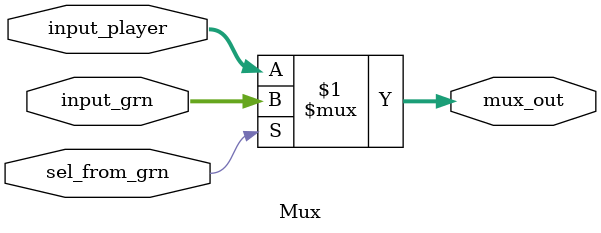
<source format=sv>
module Mux(
    input logic sel_from_grn,
    input logic [1:0] input_grn,
    input logic [1:0] input_player,
    output logic [1:0] mux_out
);
    assign mux_out = (sel_from_grn) ? input_grn : input_player;
endmodule
</source>
